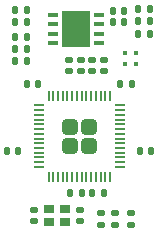
<source format=gbr>
%TF.GenerationSoftware,KiCad,Pcbnew,6.0.11+dfsg-1~bpo11+1*%
%TF.CreationDate,2023-07-13T21:39:36-04:00*%
%TF.ProjectId,Pop-In RP2040,506f702d-496e-4205-9250-323034302e6b,rev?*%
%TF.SameCoordinates,PX5f5e100PY5f5e100*%
%TF.FileFunction,Paste,Top*%
%TF.FilePolarity,Positive*%
%FSLAX46Y46*%
G04 Gerber Fmt 4.6, Leading zero omitted, Abs format (unit mm)*
G04 Created by KiCad (PCBNEW 6.0.11+dfsg-1~bpo11+1) date 2023-07-13 21:39:36*
%MOMM*%
%LPD*%
G01*
G04 APERTURE LIST*
G04 Aperture macros list*
%AMRoundRect*
0 Rectangle with rounded corners*
0 $1 Rounding radius*
0 $2 $3 $4 $5 $6 $7 $8 $9 X,Y pos of 4 corners*
0 Add a 4 corners polygon primitive as box body*
4,1,4,$2,$3,$4,$5,$6,$7,$8,$9,$2,$3,0*
0 Add four circle primitives for the rounded corners*
1,1,$1+$1,$2,$3*
1,1,$1+$1,$4,$5*
1,1,$1+$1,$6,$7*
1,1,$1+$1,$8,$9*
0 Add four rect primitives between the rounded corners*
20,1,$1+$1,$2,$3,$4,$5,0*
20,1,$1+$1,$4,$5,$6,$7,0*
20,1,$1+$1,$6,$7,$8,$9,0*
20,1,$1+$1,$8,$9,$2,$3,0*%
G04 Aperture macros list end*
%ADD10RoundRect,0.140000X-0.140000X-0.170000X0.140000X-0.170000X0.140000X0.170000X-0.140000X0.170000X0*%
%ADD11R,0.850000X0.350000*%
%ADD12R,2.400000X3.100000*%
%ADD13RoundRect,0.147500X0.147500X0.172500X-0.147500X0.172500X-0.147500X-0.172500X0.147500X-0.172500X0*%
%ADD14R,0.900000X0.800000*%
%ADD15RoundRect,0.135000X0.135000X0.185000X-0.135000X0.185000X-0.135000X-0.185000X0.135000X-0.185000X0*%
%ADD16RoundRect,0.135000X-0.135000X-0.185000X0.135000X-0.185000X0.135000X0.185000X-0.135000X0.185000X0*%
%ADD17RoundRect,0.140000X-0.170000X0.140000X-0.170000X-0.140000X0.170000X-0.140000X0.170000X0.140000X0*%
%ADD18RoundRect,0.135000X0.185000X-0.135000X0.185000X0.135000X-0.185000X0.135000X-0.185000X-0.135000X0*%
%ADD19RoundRect,0.140000X0.140000X0.170000X-0.140000X0.170000X-0.140000X-0.170000X0.140000X-0.170000X0*%
%ADD20RoundRect,0.147500X-0.147500X-0.172500X0.147500X-0.172500X0.147500X0.172500X-0.147500X0.172500X0*%
%ADD21RoundRect,0.140000X0.170000X-0.140000X0.170000X0.140000X-0.170000X0.140000X-0.170000X-0.140000X0*%
%ADD22RoundRect,0.249999X-0.395001X-0.395001X0.395001X-0.395001X0.395001X0.395001X-0.395001X0.395001X0*%
%ADD23RoundRect,0.050000X-0.387500X-0.050000X0.387500X-0.050000X0.387500X0.050000X-0.387500X0.050000X0*%
%ADD24RoundRect,0.050000X-0.050000X-0.387500X0.050000X-0.387500X0.050000X0.387500X-0.050000X0.387500X0*%
%ADD25RoundRect,0.135000X-0.185000X0.135000X-0.185000X-0.135000X0.185000X-0.135000X0.185000X0.135000X0*%
%ADD26R,0.450000X0.450000*%
G04 APERTURE END LIST*
D10*
%TO.C,C15*%
X2929958Y8991810D03*
X3889958Y8991810D03*
%TD*%
D11*
%TO.C,U2*%
X-2176463Y8629437D03*
X-2176463Y7829437D03*
X-2176463Y7029437D03*
X-2176463Y6229437D03*
X1723537Y6229437D03*
X1723537Y7029437D03*
X1723537Y7829437D03*
X1723537Y8629437D03*
D12*
X-226463Y7429437D03*
%TD*%
D13*
%TO.C,D2*%
X6066963Y9106733D03*
X5096963Y9106733D03*
%TD*%
D14*
%TO.C,Y1*%
X-2515833Y-8902367D03*
X-1115833Y-8902367D03*
X-1115833Y-7802367D03*
X-2515833Y-7802367D03*
%TD*%
D15*
%TO.C,R3*%
X6099540Y8083854D03*
X5079540Y8083854D03*
%TD*%
D10*
%TO.C,C6*%
X5213523Y-2865370D03*
X6173523Y-2865370D03*
%TD*%
D15*
%TO.C,R9*%
X-4353362Y5732832D03*
X-5373362Y5732832D03*
%TD*%
D16*
%TO.C,R4*%
X-5375113Y7989879D03*
X-4355113Y7989879D03*
%TD*%
D17*
%TO.C,C12*%
X1189669Y4802116D03*
X1189669Y3842116D03*
%TD*%
D18*
%TO.C,R1*%
X3127843Y-9179588D03*
X3127843Y-8159588D03*
%TD*%
D19*
%TO.C,C5*%
X-5065731Y-2863165D03*
X-6025731Y-2863165D03*
%TD*%
D20*
%TO.C,D1*%
X-5348389Y9006737D03*
X-4378389Y9006737D03*
%TD*%
D21*
%TO.C,C10*%
X215312Y3842116D03*
X215312Y4802116D03*
%TD*%
D22*
%TO.C,U1*%
X884622Y-838835D03*
X884622Y-2438835D03*
X-715378Y-838835D03*
X-715378Y-2438835D03*
D23*
X-3352878Y961165D03*
X-3352878Y561165D03*
X-3352878Y161165D03*
X-3352878Y-238835D03*
X-3352878Y-638835D03*
X-3352878Y-1038835D03*
X-3352878Y-1438835D03*
X-3352878Y-1838835D03*
X-3352878Y-2238835D03*
X-3352878Y-2638835D03*
X-3352878Y-3038835D03*
X-3352878Y-3438835D03*
X-3352878Y-3838835D03*
X-3352878Y-4238835D03*
D24*
X-2515378Y-5076335D03*
X-2115378Y-5076335D03*
X-1715378Y-5076335D03*
X-1315378Y-5076335D03*
X-915378Y-5076335D03*
X-515378Y-5076335D03*
X-115378Y-5076335D03*
X284622Y-5076335D03*
X684622Y-5076335D03*
X1084622Y-5076335D03*
X1484622Y-5076335D03*
X1884622Y-5076335D03*
X2284622Y-5076335D03*
X2684622Y-5076335D03*
D23*
X3522122Y-4238835D03*
X3522122Y-3838835D03*
X3522122Y-3438835D03*
X3522122Y-3038835D03*
X3522122Y-2638835D03*
X3522122Y-2238835D03*
X3522122Y-1838835D03*
X3522122Y-1438835D03*
X3522122Y-1038835D03*
X3522122Y-638835D03*
X3522122Y-238835D03*
X3522122Y161165D03*
X3522122Y561165D03*
X3522122Y961165D03*
D24*
X2684622Y1798665D03*
X2284622Y1798665D03*
X1884622Y1798665D03*
X1484622Y1798665D03*
X1084622Y1798665D03*
X684622Y1798665D03*
X284622Y1798665D03*
X-115378Y1798665D03*
X-515378Y1798665D03*
X-915378Y1798665D03*
X-1315378Y1798665D03*
X-1715378Y1798665D03*
X-2115378Y1798665D03*
X-2515378Y1798665D03*
%TD*%
D10*
%TO.C,C9*%
X1205555Y-6479004D03*
X2165555Y-6479004D03*
%TD*%
D18*
%TO.C,R2*%
X4439261Y-9179588D03*
X4439261Y-8159588D03*
%TD*%
D21*
%TO.C,C14*%
X2157741Y3842116D03*
X2157741Y4802116D03*
%TD*%
D19*
%TO.C,C8*%
X283269Y-6487179D03*
X-676731Y-6487179D03*
%TD*%
D15*
%TO.C,R8*%
X6106544Y7027220D03*
X5086544Y7027220D03*
%TD*%
D10*
%TO.C,C7*%
X3552300Y2814099D03*
X4512300Y2814099D03*
%TD*%
D19*
%TO.C,C4*%
X-3366114Y2814099D03*
X-4326114Y2814099D03*
%TD*%
D21*
%TO.C,C11*%
X-759046Y3842116D03*
X-759046Y4802116D03*
%TD*%
D17*
%TO.C,C17*%
X125368Y-7872367D03*
X125368Y-8832367D03*
%TD*%
D25*
%TO.C,R11*%
X1905000Y-8159588D03*
X1905000Y-9179588D03*
%TD*%
D21*
%TO.C,C16*%
X-3758060Y-8832367D03*
X-3758060Y-7872367D03*
%TD*%
D16*
%TO.C,R7*%
X-5375113Y6760941D03*
X-4355113Y6760941D03*
%TD*%
D19*
%TO.C,C18*%
X3889958Y8019547D03*
X2929958Y8019547D03*
%TD*%
D26*
%TO.C,LED1*%
X3948660Y4473226D03*
X3948660Y5423226D03*
X4898660Y4473226D03*
X4898660Y5423226D03*
%TD*%
D10*
%TO.C,C13*%
X-5339700Y4703324D03*
X-4379700Y4703324D03*
%TD*%
M02*

</source>
